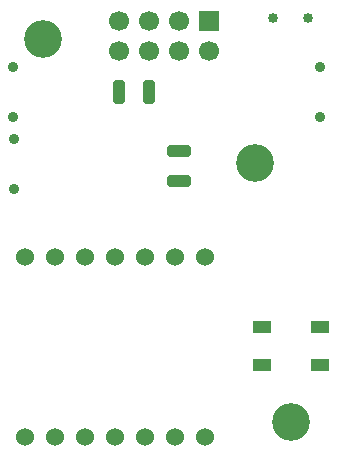
<source format=gbr>
%TF.GenerationSoftware,KiCad,Pcbnew,9.0.7*%
%TF.CreationDate,2026-01-31T17:00:11+00:00*%
%TF.ProjectId,timetable,74696d65-7461-4626-9c65-2e6b69636164,rev?*%
%TF.SameCoordinates,Original*%
%TF.FileFunction,Soldermask,Bot*%
%TF.FilePolarity,Negative*%
%FSLAX46Y46*%
G04 Gerber Fmt 4.6, Leading zero omitted, Abs format (unit mm)*
G04 Created by KiCad (PCBNEW 9.0.7) date 2026-01-31 17:00:11*
%MOMM*%
%LPD*%
G01*
G04 APERTURE LIST*
G04 Aperture macros list*
%AMRoundRect*
0 Rectangle with rounded corners*
0 $1 Rounding radius*
0 $2 $3 $4 $5 $6 $7 $8 $9 X,Y pos of 4 corners*
0 Add a 4 corners polygon primitive as box body*
4,1,4,$2,$3,$4,$5,$6,$7,$8,$9,$2,$3,0*
0 Add four circle primitives for the rounded corners*
1,1,$1+$1,$2,$3*
1,1,$1+$1,$4,$5*
1,1,$1+$1,$6,$7*
1,1,$1+$1,$8,$9*
0 Add four rect primitives between the rounded corners*
20,1,$1+$1,$2,$3,$4,$5,0*
20,1,$1+$1,$4,$5,$6,$7,0*
20,1,$1+$1,$6,$7,$8,$9,0*
20,1,$1+$1,$8,$9,$2,$3,0*%
G04 Aperture macros list end*
%ADD10C,3.200000*%
%ADD11C,0.900000*%
%ADD12C,1.524000*%
%ADD13C,0.850000*%
%ADD14R,1.700000X1.700000*%
%ADD15C,1.700000*%
%ADD16R,1.500000X1.000000*%
%ADD17RoundRect,0.250000X0.250000X0.750000X-0.250000X0.750000X-0.250000X-0.750000X0.250000X-0.750000X0*%
%ADD18RoundRect,0.250000X0.750000X-0.250000X0.750000X0.250000X-0.750000X0.250000X-0.750000X-0.250000X0*%
G04 APERTURE END LIST*
D10*
%TO.C,REF\u002A\u002A*%
X215500000Y-56000000D03*
%TD*%
D11*
%TO.C,SW3*%
X218000000Y-30125000D03*
X218000000Y-25875000D03*
%TD*%
D12*
%TO.C,U1*%
X193000000Y-57240000D03*
X195540000Y-57240000D03*
X198080000Y-57240000D03*
X200620000Y-57240000D03*
X203160000Y-57240000D03*
X205700000Y-57240000D03*
X208240000Y-57240000D03*
X208240000Y-42000000D03*
X205700000Y-42000000D03*
X203160000Y-42000000D03*
X200620000Y-42000000D03*
X198080000Y-42000000D03*
X195540000Y-42000000D03*
X193000000Y-42000000D03*
%TD*%
D13*
%TO.C,SW2*%
X216990000Y-21760000D03*
X213990000Y-21760000D03*
%TD*%
D10*
%TO.C,REF\u002A\u002A*%
X212500000Y-34000000D03*
%TD*%
D11*
%TO.C,SW4*%
X192050000Y-32025000D03*
X192050000Y-36275000D03*
%TD*%
D10*
%TO.C,REF\u002A\u002A*%
X194500000Y-23500000D03*
%TD*%
D11*
%TO.C,SW1*%
X192000000Y-25875000D03*
X192000000Y-30125000D03*
%TD*%
D14*
%TO.C,J2*%
X208580000Y-22000000D03*
D15*
X208580000Y-24540000D03*
X206040000Y-22000000D03*
X206040000Y-24540000D03*
X203500000Y-22000000D03*
X203500000Y-24540000D03*
X200960000Y-22000000D03*
X200960000Y-24540000D03*
%TD*%
D16*
%TO.C,D1*%
X217950000Y-47900000D03*
X217950000Y-51100000D03*
X213050000Y-51100000D03*
X213050000Y-47900000D03*
%TD*%
D17*
%TO.C,B-*%
X200950000Y-28000000D03*
%TD*%
D18*
%TO.C,P+*%
X206040000Y-35550000D03*
%TD*%
%TO.C,P-*%
X206040000Y-33000000D03*
%TD*%
D17*
%TO.C,B+*%
X203500000Y-28000000D03*
%TD*%
M02*

</source>
